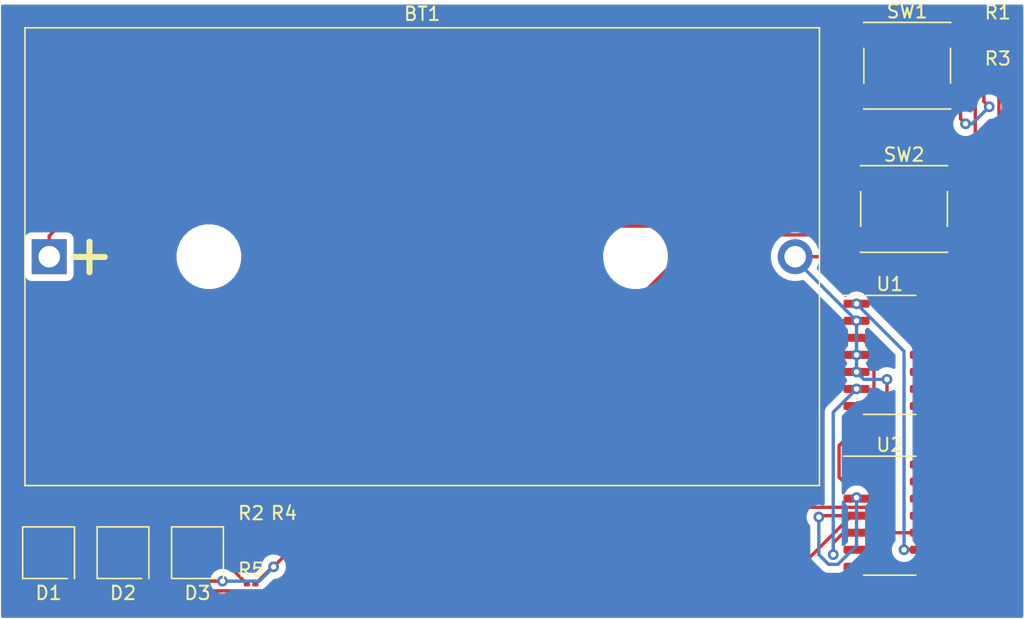
<source format=kicad_pcb>
(kicad_pcb (version 20171130) (host pcbnew 5.1.9+dfsg1-1+deb11u1)

  (general
    (thickness 1.6)
    (drawings 4)
    (tracks 128)
    (zones 0)
    (modules 13)
    (nets 12)
  )

  (page A4)
  (layers
    (0 F.Cu signal)
    (31 B.Cu signal)
    (32 B.Adhes user)
    (33 F.Adhes user)
    (34 B.Paste user)
    (35 F.Paste user)
    (36 B.SilkS user)
    (37 F.SilkS user)
    (38 B.Mask user)
    (39 F.Mask user)
    (40 Dwgs.User user)
    (41 Cmts.User user)
    (42 Eco1.User user)
    (43 Eco2.User user)
    (44 Edge.Cuts user)
    (45 Margin user)
    (46 B.CrtYd user)
    (47 F.CrtYd user)
    (48 B.Fab user)
    (49 F.Fab user)
  )

  (setup
    (last_trace_width 0.25)
    (trace_clearance 0.2)
    (zone_clearance 0.508)
    (zone_45_only no)
    (trace_min 0.2)
    (via_size 0.8)
    (via_drill 0.4)
    (via_min_size 0.4)
    (via_min_drill 0.3)
    (uvia_size 0.3)
    (uvia_drill 0.1)
    (uvias_allowed no)
    (uvia_min_size 0.2)
    (uvia_min_drill 0.1)
    (edge_width 0.05)
    (segment_width 0.2)
    (pcb_text_width 0.3)
    (pcb_text_size 1.5 1.5)
    (mod_edge_width 0.12)
    (mod_text_size 1 1)
    (mod_text_width 0.15)
    (pad_size 1.524 1.524)
    (pad_drill 0.762)
    (pad_to_mask_clearance 0)
    (aux_axis_origin 0 0)
    (visible_elements FFFFFF7F)
    (pcbplotparams
      (layerselection 0x010fc_ffffffff)
      (usegerberextensions false)
      (usegerberattributes true)
      (usegerberadvancedattributes true)
      (creategerberjobfile true)
      (excludeedgelayer true)
      (linewidth 0.100000)
      (plotframeref false)
      (viasonmask false)
      (mode 1)
      (useauxorigin false)
      (hpglpennumber 1)
      (hpglpenspeed 20)
      (hpglpendiameter 15.000000)
      (psnegative false)
      (psa4output false)
      (plotreference true)
      (plotvalue true)
      (plotinvisibletext false)
      (padsonsilk false)
      (subtractmaskfromsilk false)
      (outputformat 1)
      (mirror false)
      (drillshape 1)
      (scaleselection 1)
      (outputdirectory ""))
  )

  (net 0 "")
  (net 1 "Net-(BT1-Pad2)")
  (net 2 "Net-(BT1-Pad1)")
  (net 3 "Net-(D1-Pad1)")
  (net 4 "Net-(D1-Pad2)")
  (net 5 "Net-(D2-Pad2)")
  (net 6 "Net-(D2-Pad1)")
  (net 7 "Net-(D3-Pad1)")
  (net 8 "Net-(R2-Pad1)")
  (net 9 "Net-(U1-Pad1)")
  (net 10 "Net-(U1-Pad3)")
  (net 11 "Net-(U1-Pad6)")

  (net_class Default "This is the default net class."
    (clearance 0.2)
    (trace_width 0.25)
    (via_dia 0.8)
    (via_drill 0.4)
    (uvia_dia 0.3)
    (uvia_drill 0.1)
    (add_net "Net-(BT1-Pad1)")
    (add_net "Net-(BT1-Pad2)")
    (add_net "Net-(D1-Pad1)")
    (add_net "Net-(D1-Pad2)")
    (add_net "Net-(D2-Pad1)")
    (add_net "Net-(D2-Pad2)")
    (add_net "Net-(D3-Pad1)")
    (add_net "Net-(R2-Pad1)")
    (add_net "Net-(U1-Pad1)")
    (add_net "Net-(U1-Pad3)")
    (add_net "Net-(U1-Pad6)")
  )

  (module Battery:BatteryHolder_Bulgin_BX0036_1xC (layer F.Cu) (tedit 5C0C1564) (tstamp 65413DD5)
    (at 114.085001 93.725001)
    (descr "Bulgin Battery Holder, BX0036, Battery Type C (https://www.bulgin.com/products/pub/media/bulgin/data/Battery_holders.pdf)")
    (tags "Bulgin BX0036")
    (path /653FDBED)
    (fp_text reference BT1 (at 27.8 -18.1) (layer F.SilkS)
      (effects (font (size 1 1) (thickness 0.15)))
    )
    (fp_text value Battery (at 27.8 1) (layer F.Fab)
      (effects (font (size 1 1) (thickness 0.15)))
    )
    (fp_line (start -1.81 17.06) (end 57.41 17.06) (layer F.SilkS) (width 0.12))
    (fp_line (start -1.81 -17.06) (end 57.41 -17.06) (layer F.SilkS) (width 0.12))
    (fp_line (start 57.41 -17.06) (end 57.41 17.06) (layer F.SilkS) (width 0.12))
    (fp_line (start -1.81 -17.06) (end -1.81 17.06) (layer F.SilkS) (width 0.12))
    (fp_line (start -2.3 17.5) (end -2.3 -17.5) (layer F.CrtYd) (width 0.05))
    (fp_line (start 57.9 17.5) (end -2.3 17.5) (layer F.CrtYd) (width 0.05))
    (fp_line (start 57.9 -17.5) (end 57.9 17.5) (layer F.CrtYd) (width 0.05))
    (fp_line (start -2.3 -17.5) (end 57.9 -17.5) (layer F.CrtYd) (width 0.05))
    (fp_line (start -1.75 -17) (end 57.35 -17) (layer F.Fab) (width 0.1))
    (fp_line (start 57.35 -17) (end 57.35 17) (layer F.Fab) (width 0.1))
    (fp_line (start 57.35 17) (end -1.75 17) (layer F.Fab) (width 0.1))
    (fp_line (start -1.75 17) (end -1.75 -17) (layer F.Fab) (width 0.1))
    (fp_text user + (at 3 -0.2) (layer F.SilkS)
      (effects (font (size 3 3) (thickness 0.45)))
    )
    (fp_text user %R (at 27.8 -1) (layer F.Fab)
      (effects (font (size 1 1) (thickness 0.1)))
    )
    (pad 2 thru_hole circle (at 55.6 0) (size 2.6 2.6) (drill 1.6) (layers *.Cu *.Mask)
      (net 1 "Net-(BT1-Pad2)"))
    (pad 1 thru_hole rect (at 0 0) (size 2.6 2.6) (drill 1.6) (layers *.Cu *.Mask)
      (net 2 "Net-(BT1-Pad1)"))
    (pad "" np_thru_hole circle (at 11.9 0) (size 3.8 3.8) (drill 3.8) (layers *.Cu *.Mask))
    (pad "" np_thru_hole circle (at 43.7 0) (size 3.8 3.8) (drill 3.8) (layers *.Cu *.Mask))
    (model ${KISYS3DMOD}/Battery.3dshapes/BatteryHolder_Bulgin_BX0036_1xC.wrl
      (at (xyz 0 0 0))
      (scale (xyz 1 1 1))
      (rotate (xyz 0 0 0))
    )
  )

  (module LED_SMD:LED-L1T2_LUMILEDS (layer F.Cu) (tedit 587A6FAC) (tstamp 65413DE9)
    (at 114.035001 116.215001)
    (descr http://www.lumileds.com/uploads/438/DS133-pdf)
    (tags "LUMILEDS LUXEON TX L1T2 LED")
    (path /653FEB5C)
    (attr smd)
    (fp_text reference D1 (at 0 2.58) (layer F.SilkS)
      (effects (font (size 1 1) (thickness 0.15)))
    )
    (fp_text value LED (at 0 -3.42) (layer F.Fab)
      (effects (font (size 1 1) (thickness 0.15)))
    )
    (fp_circle (center 0 -0.42) (end 0 -2.07) (layer F.Fab) (width 0.1))
    (fp_line (start 1.4 1.5) (end -1.93 1.5) (layer F.SilkS) (width 0.12))
    (fp_line (start 1.93 -2.35) (end 1.93 1.5) (layer F.SilkS) (width 0.12))
    (fp_line (start -1.93 -2.35) (end 1.93 -2.35) (layer F.SilkS) (width 0.12))
    (fp_line (start -1.93 1.5) (end -1.93 -2.35) (layer F.SilkS) (width 0.12))
    (fp_line (start 2.25 1.83) (end -2.25 1.83) (layer F.CrtYd) (width 0.05))
    (fp_line (start 2.25 -2.67) (end 2.25 1.83) (layer F.CrtYd) (width 0.05))
    (fp_line (start -2.25 -2.67) (end 2.25 -2.67) (layer F.CrtYd) (width 0.05))
    (fp_line (start -2.25 1.83) (end -2.25 -2.67) (layer F.CrtYd) (width 0.05))
    (fp_line (start 1.8 1.4) (end 1.8 -2.2) (layer F.Fab) (width 0.1))
    (fp_line (start -1.8 1.4) (end 1.8 1.4) (layer F.Fab) (width 0.1))
    (fp_line (start -1.8 -2.2) (end -1.8 1.4) (layer F.Fab) (width 0.1))
    (fp_line (start -1.8 -2.2) (end 1.8 -2.2) (layer F.Fab) (width 0.1))
    (pad 1 smd rect (at 0.45 0.52) (size 0.55 0.38) (layers F.Cu F.Paste F.Mask)
      (net 3 "Net-(D1-Pad1)"))
    (pad 2 smd rect (at -0.45 0.52) (size 0.55 0.38) (layers F.Cu F.Paste F.Mask)
      (net 4 "Net-(D1-Pad2)"))
    (pad 3 smd rect (at 0 -0.52) (size 1.4 1.2) (layers F.Cu F.Paste F.Mask))
    (model ${KISYS3DMOD}/LED_SMD.3dshapes/LED-L1T2_LUMILEDS.wrl
      (at (xyz 0 0 0))
      (scale (xyz 1 1 1))
      (rotate (xyz 0 0 0))
    )
  )

  (module LED_SMD:LED-L1T2_LUMILEDS (layer F.Cu) (tedit 587A6FAC) (tstamp 65413DFD)
    (at 119.585001 116.215001)
    (descr http://www.lumileds.com/uploads/438/DS133-pdf)
    (tags "LUMILEDS LUXEON TX L1T2 LED")
    (path /65402642)
    (attr smd)
    (fp_text reference D2 (at 0 2.58) (layer F.SilkS)
      (effects (font (size 1 1) (thickness 0.15)))
    )
    (fp_text value LED (at 0 -3.42) (layer F.Fab)
      (effects (font (size 1 1) (thickness 0.15)))
    )
    (fp_line (start -1.8 -2.2) (end 1.8 -2.2) (layer F.Fab) (width 0.1))
    (fp_line (start -1.8 -2.2) (end -1.8 1.4) (layer F.Fab) (width 0.1))
    (fp_line (start -1.8 1.4) (end 1.8 1.4) (layer F.Fab) (width 0.1))
    (fp_line (start 1.8 1.4) (end 1.8 -2.2) (layer F.Fab) (width 0.1))
    (fp_line (start -2.25 1.83) (end -2.25 -2.67) (layer F.CrtYd) (width 0.05))
    (fp_line (start -2.25 -2.67) (end 2.25 -2.67) (layer F.CrtYd) (width 0.05))
    (fp_line (start 2.25 -2.67) (end 2.25 1.83) (layer F.CrtYd) (width 0.05))
    (fp_line (start 2.25 1.83) (end -2.25 1.83) (layer F.CrtYd) (width 0.05))
    (fp_line (start -1.93 1.5) (end -1.93 -2.35) (layer F.SilkS) (width 0.12))
    (fp_line (start -1.93 -2.35) (end 1.93 -2.35) (layer F.SilkS) (width 0.12))
    (fp_line (start 1.93 -2.35) (end 1.93 1.5) (layer F.SilkS) (width 0.12))
    (fp_line (start 1.4 1.5) (end -1.93 1.5) (layer F.SilkS) (width 0.12))
    (fp_circle (center 0 -0.42) (end 0 -2.07) (layer F.Fab) (width 0.1))
    (pad 3 smd rect (at 0 -0.52) (size 1.4 1.2) (layers F.Cu F.Paste F.Mask))
    (pad 2 smd rect (at -0.45 0.52) (size 0.55 0.38) (layers F.Cu F.Paste F.Mask)
      (net 5 "Net-(D2-Pad2)"))
    (pad 1 smd rect (at 0.45 0.52) (size 0.55 0.38) (layers F.Cu F.Paste F.Mask)
      (net 6 "Net-(D2-Pad1)"))
    (model ${KISYS3DMOD}/LED_SMD.3dshapes/LED-L1T2_LUMILEDS.wrl
      (at (xyz 0 0 0))
      (scale (xyz 1 1 1))
      (rotate (xyz 0 0 0))
    )
  )

  (module LED_SMD:LED-L1T2_LUMILEDS (layer F.Cu) (tedit 587A6FAC) (tstamp 65413E11)
    (at 125.135001 116.215001)
    (descr http://www.lumileds.com/uploads/438/DS133-pdf)
    (tags "LUMILEDS LUXEON TX L1T2 LED")
    (path /65402853)
    (attr smd)
    (fp_text reference D3 (at 0 2.58) (layer F.SilkS)
      (effects (font (size 1 1) (thickness 0.15)))
    )
    (fp_text value LED (at 0 -3.42) (layer F.Fab)
      (effects (font (size 1 1) (thickness 0.15)))
    )
    (fp_circle (center 0 -0.42) (end 0 -2.07) (layer F.Fab) (width 0.1))
    (fp_line (start 1.4 1.5) (end -1.93 1.5) (layer F.SilkS) (width 0.12))
    (fp_line (start 1.93 -2.35) (end 1.93 1.5) (layer F.SilkS) (width 0.12))
    (fp_line (start -1.93 -2.35) (end 1.93 -2.35) (layer F.SilkS) (width 0.12))
    (fp_line (start -1.93 1.5) (end -1.93 -2.35) (layer F.SilkS) (width 0.12))
    (fp_line (start 2.25 1.83) (end -2.25 1.83) (layer F.CrtYd) (width 0.05))
    (fp_line (start 2.25 -2.67) (end 2.25 1.83) (layer F.CrtYd) (width 0.05))
    (fp_line (start -2.25 -2.67) (end 2.25 -2.67) (layer F.CrtYd) (width 0.05))
    (fp_line (start -2.25 1.83) (end -2.25 -2.67) (layer F.CrtYd) (width 0.05))
    (fp_line (start 1.8 1.4) (end 1.8 -2.2) (layer F.Fab) (width 0.1))
    (fp_line (start -1.8 1.4) (end 1.8 1.4) (layer F.Fab) (width 0.1))
    (fp_line (start -1.8 -2.2) (end -1.8 1.4) (layer F.Fab) (width 0.1))
    (fp_line (start -1.8 -2.2) (end 1.8 -2.2) (layer F.Fab) (width 0.1))
    (pad 1 smd rect (at 0.45 0.52) (size 0.55 0.38) (layers F.Cu F.Paste F.Mask)
      (net 7 "Net-(D3-Pad1)"))
    (pad 2 smd rect (at -0.45 0.52) (size 0.55 0.38) (layers F.Cu F.Paste F.Mask)
      (net 1 "Net-(BT1-Pad2)"))
    (pad 3 smd rect (at 0 -0.52) (size 1.4 1.2) (layers F.Cu F.Paste F.Mask))
    (model ${KISYS3DMOD}/LED_SMD.3dshapes/LED-L1T2_LUMILEDS.wrl
      (at (xyz 0 0 0))
      (scale (xyz 1 1 1))
      (rotate (xyz 0 0 0))
    )
  )

  (module Resistor_SMD:R_0201_0603Metric (layer F.Cu) (tedit 5F68FEEE) (tstamp 65413E22)
    (at 184.785001 76.575001)
    (descr "Resistor SMD 0201 (0603 Metric), square (rectangular) end terminal, IPC_7351 nominal, (Body size source: https://www.vishay.com/docs/20052/crcw0201e3.pdf), generated with kicad-footprint-generator")
    (tags resistor)
    (path /6544F94B)
    (attr smd)
    (fp_text reference R1 (at 0 -1.05) (layer F.SilkS)
      (effects (font (size 1 1) (thickness 0.15)))
    )
    (fp_text value R (at 0 1.05) (layer F.Fab)
      (effects (font (size 1 1) (thickness 0.15)))
    )
    (fp_text user %R (at 0 -0.68) (layer F.Fab)
      (effects (font (size 0.25 0.25) (thickness 0.04)))
    )
    (fp_line (start -0.3 0.15) (end -0.3 -0.15) (layer F.Fab) (width 0.1))
    (fp_line (start -0.3 -0.15) (end 0.3 -0.15) (layer F.Fab) (width 0.1))
    (fp_line (start 0.3 -0.15) (end 0.3 0.15) (layer F.Fab) (width 0.1))
    (fp_line (start 0.3 0.15) (end -0.3 0.15) (layer F.Fab) (width 0.1))
    (fp_line (start -0.7 0.35) (end -0.7 -0.35) (layer F.CrtYd) (width 0.05))
    (fp_line (start -0.7 -0.35) (end 0.7 -0.35) (layer F.CrtYd) (width 0.05))
    (fp_line (start 0.7 -0.35) (end 0.7 0.35) (layer F.CrtYd) (width 0.05))
    (fp_line (start 0.7 0.35) (end -0.7 0.35) (layer F.CrtYd) (width 0.05))
    (pad 2 smd roundrect (at 0.32 0) (size 0.46 0.4) (layers F.Cu F.Mask) (roundrect_rratio 0.25)
      (net 1 "Net-(BT1-Pad2)"))
    (pad 1 smd roundrect (at -0.32 0) (size 0.46 0.4) (layers F.Cu F.Mask) (roundrect_rratio 0.25)
      (net 4 "Net-(D1-Pad2)"))
    (pad "" smd roundrect (at 0.345 0) (size 0.318 0.36) (layers F.Paste) (roundrect_rratio 0.25))
    (pad "" smd roundrect (at -0.345 0) (size 0.318 0.36) (layers F.Paste) (roundrect_rratio 0.25))
    (model ${KISYS3DMOD}/Resistor_SMD.3dshapes/R_0201_0603Metric.wrl
      (at (xyz 0 0 0))
      (scale (xyz 1 1 1))
      (rotate (xyz 0 0 0))
    )
  )

  (module Resistor_SMD:R_0201_0603Metric (layer F.Cu) (tedit 5F68FEEE) (tstamp 65413E33)
    (at 129.135001 113.895001)
    (descr "Resistor SMD 0201 (0603 Metric), square (rectangular) end terminal, IPC_7351 nominal, (Body size source: https://www.vishay.com/docs/20052/crcw0201e3.pdf), generated with kicad-footprint-generator")
    (tags resistor)
    (path /654012A5)
    (attr smd)
    (fp_text reference R2 (at 0 -1.05) (layer F.SilkS)
      (effects (font (size 1 1) (thickness 0.15)))
    )
    (fp_text value R (at 0 1.05) (layer F.Fab)
      (effects (font (size 1 1) (thickness 0.15)))
    )
    (fp_line (start 0.7 0.35) (end -0.7 0.35) (layer F.CrtYd) (width 0.05))
    (fp_line (start 0.7 -0.35) (end 0.7 0.35) (layer F.CrtYd) (width 0.05))
    (fp_line (start -0.7 -0.35) (end 0.7 -0.35) (layer F.CrtYd) (width 0.05))
    (fp_line (start -0.7 0.35) (end -0.7 -0.35) (layer F.CrtYd) (width 0.05))
    (fp_line (start 0.3 0.15) (end -0.3 0.15) (layer F.Fab) (width 0.1))
    (fp_line (start 0.3 -0.15) (end 0.3 0.15) (layer F.Fab) (width 0.1))
    (fp_line (start -0.3 -0.15) (end 0.3 -0.15) (layer F.Fab) (width 0.1))
    (fp_line (start -0.3 0.15) (end -0.3 -0.15) (layer F.Fab) (width 0.1))
    (fp_text user %R (at 0 -0.68) (layer F.Fab)
      (effects (font (size 0.25 0.25) (thickness 0.04)))
    )
    (pad "" smd roundrect (at -0.345 0) (size 0.318 0.36) (layers F.Paste) (roundrect_rratio 0.25))
    (pad "" smd roundrect (at 0.345 0) (size 0.318 0.36) (layers F.Paste) (roundrect_rratio 0.25))
    (pad 1 smd roundrect (at -0.32 0) (size 0.46 0.4) (layers F.Cu F.Mask) (roundrect_rratio 0.25)
      (net 8 "Net-(R2-Pad1)"))
    (pad 2 smd roundrect (at 0.32 0) (size 0.46 0.4) (layers F.Cu F.Mask) (roundrect_rratio 0.25)
      (net 1 "Net-(BT1-Pad2)"))
    (model ${KISYS3DMOD}/Resistor_SMD.3dshapes/R_0201_0603Metric.wrl
      (at (xyz 0 0 0))
      (scale (xyz 1 1 1))
      (rotate (xyz 0 0 0))
    )
  )

  (module Resistor_SMD:R_0201_0603Metric (layer F.Cu) (tedit 5F68FEEE) (tstamp 65413E44)
    (at 184.785001 80.01)
    (descr "Resistor SMD 0201 (0603 Metric), square (rectangular) end terminal, IPC_7351 nominal, (Body size source: https://www.vishay.com/docs/20052/crcw0201e3.pdf), generated with kicad-footprint-generator")
    (tags resistor)
    (path /6551FA48)
    (attr smd)
    (fp_text reference R3 (at 0 -1.05) (layer F.SilkS)
      (effects (font (size 1 1) (thickness 0.15)))
    )
    (fp_text value R (at 0 1.05) (layer F.Fab)
      (effects (font (size 1 1) (thickness 0.15)))
    )
    (fp_text user %R (at 0 -0.68) (layer F.Fab)
      (effects (font (size 0.25 0.25) (thickness 0.04)))
    )
    (fp_line (start -0.3 0.15) (end -0.3 -0.15) (layer F.Fab) (width 0.1))
    (fp_line (start -0.3 -0.15) (end 0.3 -0.15) (layer F.Fab) (width 0.1))
    (fp_line (start 0.3 -0.15) (end 0.3 0.15) (layer F.Fab) (width 0.1))
    (fp_line (start 0.3 0.15) (end -0.3 0.15) (layer F.Fab) (width 0.1))
    (fp_line (start -0.7 0.35) (end -0.7 -0.35) (layer F.CrtYd) (width 0.05))
    (fp_line (start -0.7 -0.35) (end 0.7 -0.35) (layer F.CrtYd) (width 0.05))
    (fp_line (start 0.7 -0.35) (end 0.7 0.35) (layer F.CrtYd) (width 0.05))
    (fp_line (start 0.7 0.35) (end -0.7 0.35) (layer F.CrtYd) (width 0.05))
    (pad 2 smd roundrect (at 0.32 0) (size 0.46 0.4) (layers F.Cu F.Mask) (roundrect_rratio 0.25)
      (net 1 "Net-(BT1-Pad2)"))
    (pad 1 smd roundrect (at -0.32 0) (size 0.46 0.4) (layers F.Cu F.Mask) (roundrect_rratio 0.25)
      (net 3 "Net-(D1-Pad1)"))
    (pad "" smd roundrect (at 0.345 0) (size 0.318 0.36) (layers F.Paste) (roundrect_rratio 0.25))
    (pad "" smd roundrect (at -0.345 0) (size 0.318 0.36) (layers F.Paste) (roundrect_rratio 0.25))
    (model ${KISYS3DMOD}/Resistor_SMD.3dshapes/R_0201_0603Metric.wrl
      (at (xyz 0 0 0))
      (scale (xyz 1 1 1))
      (rotate (xyz 0 0 0))
    )
  )

  (module Resistor_SMD:R_0201_0603Metric (layer F.Cu) (tedit 5F68FEEE) (tstamp 65413E55)
    (at 131.585001 113.895001)
    (descr "Resistor SMD 0201 (0603 Metric), square (rectangular) end terminal, IPC_7351 nominal, (Body size source: https://www.vishay.com/docs/20052/crcw0201e3.pdf), generated with kicad-footprint-generator")
    (tags resistor)
    (path /655487E7)
    (attr smd)
    (fp_text reference R4 (at 0 -1.05) (layer F.SilkS)
      (effects (font (size 1 1) (thickness 0.15)))
    )
    (fp_text value R (at 0 1.05) (layer F.Fab)
      (effects (font (size 1 1) (thickness 0.15)))
    )
    (fp_line (start 0.7 0.35) (end -0.7 0.35) (layer F.CrtYd) (width 0.05))
    (fp_line (start 0.7 -0.35) (end 0.7 0.35) (layer F.CrtYd) (width 0.05))
    (fp_line (start -0.7 -0.35) (end 0.7 -0.35) (layer F.CrtYd) (width 0.05))
    (fp_line (start -0.7 0.35) (end -0.7 -0.35) (layer F.CrtYd) (width 0.05))
    (fp_line (start 0.3 0.15) (end -0.3 0.15) (layer F.Fab) (width 0.1))
    (fp_line (start 0.3 -0.15) (end 0.3 0.15) (layer F.Fab) (width 0.1))
    (fp_line (start -0.3 -0.15) (end 0.3 -0.15) (layer F.Fab) (width 0.1))
    (fp_line (start -0.3 0.15) (end -0.3 -0.15) (layer F.Fab) (width 0.1))
    (fp_text user %R (at 0 -0.68) (layer F.Fab)
      (effects (font (size 0.25 0.25) (thickness 0.04)))
    )
    (pad "" smd roundrect (at -0.345 0) (size 0.318 0.36) (layers F.Paste) (roundrect_rratio 0.25))
    (pad "" smd roundrect (at 0.345 0) (size 0.318 0.36) (layers F.Paste) (roundrect_rratio 0.25))
    (pad 1 smd roundrect (at -0.32 0) (size 0.46 0.4) (layers F.Cu F.Mask) (roundrect_rratio 0.25)
      (net 6 "Net-(D2-Pad1)"))
    (pad 2 smd roundrect (at 0.32 0) (size 0.46 0.4) (layers F.Cu F.Mask) (roundrect_rratio 0.25)
      (net 1 "Net-(BT1-Pad2)"))
    (model ${KISYS3DMOD}/Resistor_SMD.3dshapes/R_0201_0603Metric.wrl
      (at (xyz 0 0 0))
      (scale (xyz 1 1 1))
      (rotate (xyz 0 0 0))
    )
  )

  (module Resistor_SMD:R_0201_0603Metric (layer F.Cu) (tedit 5F68FEEE) (tstamp 65413E66)
    (at 129.135001 118.11)
    (descr "Resistor SMD 0201 (0603 Metric), square (rectangular) end terminal, IPC_7351 nominal, (Body size source: https://www.vishay.com/docs/20052/crcw0201e3.pdf), generated with kicad-footprint-generator")
    (tags resistor)
    (path /6550F55C)
    (attr smd)
    (fp_text reference R5 (at 0 -1.05) (layer F.SilkS)
      (effects (font (size 1 1) (thickness 0.15)))
    )
    (fp_text value R (at 0 1.05) (layer F.Fab)
      (effects (font (size 1 1) (thickness 0.15)))
    )
    (fp_line (start 0.7 0.35) (end -0.7 0.35) (layer F.CrtYd) (width 0.05))
    (fp_line (start 0.7 -0.35) (end 0.7 0.35) (layer F.CrtYd) (width 0.05))
    (fp_line (start -0.7 -0.35) (end 0.7 -0.35) (layer F.CrtYd) (width 0.05))
    (fp_line (start -0.7 0.35) (end -0.7 -0.35) (layer F.CrtYd) (width 0.05))
    (fp_line (start 0.3 0.15) (end -0.3 0.15) (layer F.Fab) (width 0.1))
    (fp_line (start 0.3 -0.15) (end 0.3 0.15) (layer F.Fab) (width 0.1))
    (fp_line (start -0.3 -0.15) (end 0.3 -0.15) (layer F.Fab) (width 0.1))
    (fp_line (start -0.3 0.15) (end -0.3 -0.15) (layer F.Fab) (width 0.1))
    (fp_text user %R (at 0 -0.68) (layer F.Fab)
      (effects (font (size 0.25 0.25) (thickness 0.04)))
    )
    (pad "" smd roundrect (at -0.345 0) (size 0.318 0.36) (layers F.Paste) (roundrect_rratio 0.25))
    (pad "" smd roundrect (at 0.345 0) (size 0.318 0.36) (layers F.Paste) (roundrect_rratio 0.25))
    (pad 1 smd roundrect (at -0.32 0) (size 0.46 0.4) (layers F.Cu F.Mask) (roundrect_rratio 0.25)
      (net 7 "Net-(D3-Pad1)"))
    (pad 2 smd roundrect (at 0.32 0) (size 0.46 0.4) (layers F.Cu F.Mask) (roundrect_rratio 0.25)
      (net 1 "Net-(BT1-Pad2)"))
    (model ${KISYS3DMOD}/Resistor_SMD.3dshapes/R_0201_0603Metric.wrl
      (at (xyz 0 0 0))
      (scale (xyz 1 1 1))
      (rotate (xyz 0 0 0))
    )
  )

  (module Button_Switch_SMD:SW_Push_1P1T_NO_6x6mm_H9.5mm (layer F.Cu) (tedit 5CA1CA7F) (tstamp 65413E80)
    (at 178.035001 79.490001)
    (descr "tactile push button, 6x6mm e.g. PTS645xx series, height=9.5mm")
    (tags "tact sw push 6mm smd")
    (path /65414175)
    (attr smd)
    (fp_text reference SW1 (at 0 -4.05) (layer F.SilkS)
      (effects (font (size 1 1) (thickness 0.15)))
    )
    (fp_text value SW_Push (at 0 4.15) (layer F.Fab)
      (effects (font (size 1 1) (thickness 0.15)))
    )
    (fp_text user %R (at 0 -4.05) (layer F.Fab)
      (effects (font (size 1 1) (thickness 0.15)))
    )
    (fp_line (start -3 -3) (end -3 3) (layer F.Fab) (width 0.1))
    (fp_line (start -3 3) (end 3 3) (layer F.Fab) (width 0.1))
    (fp_line (start 3 3) (end 3 -3) (layer F.Fab) (width 0.1))
    (fp_line (start 3 -3) (end -3 -3) (layer F.Fab) (width 0.1))
    (fp_line (start 5 3.25) (end 5 -3.25) (layer F.CrtYd) (width 0.05))
    (fp_line (start -5 -3.25) (end -5 3.25) (layer F.CrtYd) (width 0.05))
    (fp_line (start -5 3.25) (end 5 3.25) (layer F.CrtYd) (width 0.05))
    (fp_line (start -5 -3.25) (end 5 -3.25) (layer F.CrtYd) (width 0.05))
    (fp_line (start 3.23 -3.23) (end 3.23 -3.2) (layer F.SilkS) (width 0.12))
    (fp_line (start 3.23 3.23) (end 3.23 3.2) (layer F.SilkS) (width 0.12))
    (fp_line (start -3.23 3.23) (end -3.23 3.2) (layer F.SilkS) (width 0.12))
    (fp_line (start -3.23 -3.2) (end -3.23 -3.23) (layer F.SilkS) (width 0.12))
    (fp_line (start 3.23 -1.3) (end 3.23 1.3) (layer F.SilkS) (width 0.12))
    (fp_line (start -3.23 -3.23) (end 3.23 -3.23) (layer F.SilkS) (width 0.12))
    (fp_line (start -3.23 -1.3) (end -3.23 1.3) (layer F.SilkS) (width 0.12))
    (fp_line (start -3.23 3.23) (end 3.23 3.23) (layer F.SilkS) (width 0.12))
    (fp_circle (center 0 0) (end 1.75 -0.05) (layer F.Fab) (width 0.1))
    (pad 2 smd rect (at 3.975 2.25) (size 1.55 1.3) (layers F.Cu F.Paste F.Mask)
      (net 4 "Net-(D1-Pad2)"))
    (pad 1 smd rect (at 3.975 -2.25) (size 1.55 1.3) (layers F.Cu F.Paste F.Mask)
      (net 2 "Net-(BT1-Pad1)"))
    (pad 1 smd rect (at -3.975 -2.25) (size 1.55 1.3) (layers F.Cu F.Paste F.Mask)
      (net 2 "Net-(BT1-Pad1)"))
    (pad 2 smd rect (at -3.975 2.25) (size 1.55 1.3) (layers F.Cu F.Paste F.Mask)
      (net 4 "Net-(D1-Pad2)"))
    (model ${KISYS3DMOD}/Button_Switch_SMD.3dshapes/SW_PUSH_6mm_H9.5mm.wrl
      (at (xyz 0 0 0))
      (scale (xyz 1 1 1))
      (rotate (xyz 0 0 0))
    )
  )

  (module Button_Switch_SMD:SW_Push_1P1T_NO_6x6mm_H9.5mm (layer F.Cu) (tedit 5CA1CA7F) (tstamp 65413E9A)
    (at 177.8 90.17)
    (descr "tactile push button, 6x6mm e.g. PTS645xx series, height=9.5mm")
    (tags "tact sw push 6mm smd")
    (path /65411A99)
    (attr smd)
    (fp_text reference SW2 (at 0 -4.05) (layer F.SilkS)
      (effects (font (size 1 1) (thickness 0.15)))
    )
    (fp_text value SW_Push (at 0 4.15) (layer F.Fab)
      (effects (font (size 1 1) (thickness 0.15)))
    )
    (fp_circle (center 0 0) (end 1.75 -0.05) (layer F.Fab) (width 0.1))
    (fp_line (start -3.23 3.23) (end 3.23 3.23) (layer F.SilkS) (width 0.12))
    (fp_line (start -3.23 -1.3) (end -3.23 1.3) (layer F.SilkS) (width 0.12))
    (fp_line (start -3.23 -3.23) (end 3.23 -3.23) (layer F.SilkS) (width 0.12))
    (fp_line (start 3.23 -1.3) (end 3.23 1.3) (layer F.SilkS) (width 0.12))
    (fp_line (start -3.23 -3.2) (end -3.23 -3.23) (layer F.SilkS) (width 0.12))
    (fp_line (start -3.23 3.23) (end -3.23 3.2) (layer F.SilkS) (width 0.12))
    (fp_line (start 3.23 3.23) (end 3.23 3.2) (layer F.SilkS) (width 0.12))
    (fp_line (start 3.23 -3.23) (end 3.23 -3.2) (layer F.SilkS) (width 0.12))
    (fp_line (start -5 -3.25) (end 5 -3.25) (layer F.CrtYd) (width 0.05))
    (fp_line (start -5 3.25) (end 5 3.25) (layer F.CrtYd) (width 0.05))
    (fp_line (start -5 -3.25) (end -5 3.25) (layer F.CrtYd) (width 0.05))
    (fp_line (start 5 3.25) (end 5 -3.25) (layer F.CrtYd) (width 0.05))
    (fp_line (start 3 -3) (end -3 -3) (layer F.Fab) (width 0.1))
    (fp_line (start 3 3) (end 3 -3) (layer F.Fab) (width 0.1))
    (fp_line (start -3 3) (end 3 3) (layer F.Fab) (width 0.1))
    (fp_line (start -3 -3) (end -3 3) (layer F.Fab) (width 0.1))
    (fp_text user %R (at 0 -4.05) (layer F.Fab)
      (effects (font (size 1 1) (thickness 0.15)))
    )
    (pad 2 smd rect (at -3.975 2.25) (size 1.55 1.3) (layers F.Cu F.Paste F.Mask)
      (net 8 "Net-(R2-Pad1)"))
    (pad 1 smd rect (at -3.975 -2.25) (size 1.55 1.3) (layers F.Cu F.Paste F.Mask)
      (net 2 "Net-(BT1-Pad1)"))
    (pad 1 smd rect (at 3.975 -2.25) (size 1.55 1.3) (layers F.Cu F.Paste F.Mask)
      (net 2 "Net-(BT1-Pad1)"))
    (pad 2 smd rect (at 3.975 2.25) (size 1.55 1.3) (layers F.Cu F.Paste F.Mask)
      (net 8 "Net-(R2-Pad1)"))
    (model ${KISYS3DMOD}/Button_Switch_SMD.3dshapes/SW_PUSH_6mm_H9.5mm.wrl
      (at (xyz 0 0 0))
      (scale (xyz 1 1 1))
      (rotate (xyz 0 0 0))
    )
  )

  (module Package_SO:SOIC-14_3.9x8.7mm_P1.27mm (layer F.Cu) (tedit 5D9F72B1) (tstamp 65413EBA)
    (at 176.735001 101.045001)
    (descr "SOIC, 14 Pin (JEDEC MS-012AB, https://www.analog.com/media/en/package-pcb-resources/package/pkg_pdf/soic_narrow-r/r_14.pdf), generated with kicad-footprint-generator ipc_gullwing_generator.py")
    (tags "SOIC SO")
    (path /654049B9)
    (attr smd)
    (fp_text reference U1 (at 0 -5.28) (layer F.SilkS)
      (effects (font (size 1 1) (thickness 0.15)))
    )
    (fp_text value 74LS08 (at 0 5.28) (layer F.Fab)
      (effects (font (size 1 1) (thickness 0.15)))
    )
    (fp_line (start 3.7 -4.58) (end -3.7 -4.58) (layer F.CrtYd) (width 0.05))
    (fp_line (start 3.7 4.58) (end 3.7 -4.58) (layer F.CrtYd) (width 0.05))
    (fp_line (start -3.7 4.58) (end 3.7 4.58) (layer F.CrtYd) (width 0.05))
    (fp_line (start -3.7 -4.58) (end -3.7 4.58) (layer F.CrtYd) (width 0.05))
    (fp_line (start -1.95 -3.35) (end -0.975 -4.325) (layer F.Fab) (width 0.1))
    (fp_line (start -1.95 4.325) (end -1.95 -3.35) (layer F.Fab) (width 0.1))
    (fp_line (start 1.95 4.325) (end -1.95 4.325) (layer F.Fab) (width 0.1))
    (fp_line (start 1.95 -4.325) (end 1.95 4.325) (layer F.Fab) (width 0.1))
    (fp_line (start -0.975 -4.325) (end 1.95 -4.325) (layer F.Fab) (width 0.1))
    (fp_line (start 0 -4.435) (end -3.45 -4.435) (layer F.SilkS) (width 0.12))
    (fp_line (start 0 -4.435) (end 1.95 -4.435) (layer F.SilkS) (width 0.12))
    (fp_line (start 0 4.435) (end -1.95 4.435) (layer F.SilkS) (width 0.12))
    (fp_line (start 0 4.435) (end 1.95 4.435) (layer F.SilkS) (width 0.12))
    (fp_text user %R (at 0 0) (layer F.Fab)
      (effects (font (size 0.98 0.98) (thickness 0.15)))
    )
    (pad 1 smd roundrect (at -2.475 -3.81) (size 1.95 0.6) (layers F.Cu F.Paste F.Mask) (roundrect_rratio 0.25)
      (net 9 "Net-(U1-Pad1)"))
    (pad 2 smd roundrect (at -2.475 -2.54) (size 1.95 0.6) (layers F.Cu F.Paste F.Mask) (roundrect_rratio 0.25)
      (net 1 "Net-(BT1-Pad2)"))
    (pad 3 smd roundrect (at -2.475 -1.27) (size 1.95 0.6) (layers F.Cu F.Paste F.Mask) (roundrect_rratio 0.25)
      (net 10 "Net-(U1-Pad3)"))
    (pad 4 smd roundrect (at -2.475 0) (size 1.95 0.6) (layers F.Cu F.Paste F.Mask) (roundrect_rratio 0.25)
      (net 1 "Net-(BT1-Pad2)"))
    (pad 5 smd roundrect (at -2.475 1.27) (size 1.95 0.6) (layers F.Cu F.Paste F.Mask) (roundrect_rratio 0.25)
      (net 1 "Net-(BT1-Pad2)"))
    (pad 6 smd roundrect (at -2.475 2.54) (size 1.95 0.6) (layers F.Cu F.Paste F.Mask) (roundrect_rratio 0.25)
      (net 11 "Net-(U1-Pad6)"))
    (pad 7 smd roundrect (at -2.475 3.81) (size 1.95 0.6) (layers F.Cu F.Paste F.Mask) (roundrect_rratio 0.25))
    (pad 8 smd roundrect (at 2.475 3.81) (size 1.95 0.6) (layers F.Cu F.Paste F.Mask) (roundrect_rratio 0.25))
    (pad 9 smd roundrect (at 2.475 2.54) (size 1.95 0.6) (layers F.Cu F.Paste F.Mask) (roundrect_rratio 0.25))
    (pad 10 smd roundrect (at 2.475 1.27) (size 1.95 0.6) (layers F.Cu F.Paste F.Mask) (roundrect_rratio 0.25))
    (pad 11 smd roundrect (at 2.475 0) (size 1.95 0.6) (layers F.Cu F.Paste F.Mask) (roundrect_rratio 0.25))
    (pad 12 smd roundrect (at 2.475 -1.27) (size 1.95 0.6) (layers F.Cu F.Paste F.Mask) (roundrect_rratio 0.25))
    (pad 13 smd roundrect (at 2.475 -2.54) (size 1.95 0.6) (layers F.Cu F.Paste F.Mask) (roundrect_rratio 0.25))
    (pad 14 smd roundrect (at 2.475 -3.81) (size 1.95 0.6) (layers F.Cu F.Paste F.Mask) (roundrect_rratio 0.25))
    (model ${KISYS3DMOD}/Package_SO.3dshapes/SOIC-14_3.9x8.7mm_P1.27mm.wrl
      (at (xyz 0 0 0))
      (scale (xyz 1 1 1))
      (rotate (xyz 0 0 0))
    )
  )

  (module Package_SO:SOIC-14_3.9x8.7mm_P1.27mm (layer F.Cu) (tedit 5D9F72B1) (tstamp 65413EDA)
    (at 176.735001 113.03)
    (descr "SOIC, 14 Pin (JEDEC MS-012AB, https://www.analog.com/media/en/package-pcb-resources/package/pkg_pdf/soic_narrow-r/r_14.pdf), generated with kicad-footprint-generator ipc_gullwing_generator.py")
    (tags "SOIC SO")
    (path /65406E43)
    (attr smd)
    (fp_text reference U2 (at 0 -5.28) (layer F.SilkS)
      (effects (font (size 1 1) (thickness 0.15)))
    )
    (fp_text value 74LS08 (at 0 5.28) (layer F.Fab)
      (effects (font (size 1 1) (thickness 0.15)))
    )
    (fp_text user %R (at 0 0) (layer F.Fab)
      (effects (font (size 0.98 0.98) (thickness 0.15)))
    )
    (fp_line (start 0 4.435) (end 1.95 4.435) (layer F.SilkS) (width 0.12))
    (fp_line (start 0 4.435) (end -1.95 4.435) (layer F.SilkS) (width 0.12))
    (fp_line (start 0 -4.435) (end 1.95 -4.435) (layer F.SilkS) (width 0.12))
    (fp_line (start 0 -4.435) (end -3.45 -4.435) (layer F.SilkS) (width 0.12))
    (fp_line (start -0.975 -4.325) (end 1.95 -4.325) (layer F.Fab) (width 0.1))
    (fp_line (start 1.95 -4.325) (end 1.95 4.325) (layer F.Fab) (width 0.1))
    (fp_line (start 1.95 4.325) (end -1.95 4.325) (layer F.Fab) (width 0.1))
    (fp_line (start -1.95 4.325) (end -1.95 -3.35) (layer F.Fab) (width 0.1))
    (fp_line (start -1.95 -3.35) (end -0.975 -4.325) (layer F.Fab) (width 0.1))
    (fp_line (start -3.7 -4.58) (end -3.7 4.58) (layer F.CrtYd) (width 0.05))
    (fp_line (start -3.7 4.58) (end 3.7 4.58) (layer F.CrtYd) (width 0.05))
    (fp_line (start 3.7 4.58) (end 3.7 -4.58) (layer F.CrtYd) (width 0.05))
    (fp_line (start 3.7 -4.58) (end -3.7 -4.58) (layer F.CrtYd) (width 0.05))
    (pad 14 smd roundrect (at 2.475 -3.81) (size 1.95 0.6) (layers F.Cu F.Paste F.Mask) (roundrect_rratio 0.25))
    (pad 13 smd roundrect (at 2.475 -2.54) (size 1.95 0.6) (layers F.Cu F.Paste F.Mask) (roundrect_rratio 0.25))
    (pad 12 smd roundrect (at 2.475 -1.27) (size 1.95 0.6) (layers F.Cu F.Paste F.Mask) (roundrect_rratio 0.25))
    (pad 11 smd roundrect (at 2.475 0) (size 1.95 0.6) (layers F.Cu F.Paste F.Mask) (roundrect_rratio 0.25))
    (pad 10 smd roundrect (at 2.475 1.27) (size 1.95 0.6) (layers F.Cu F.Paste F.Mask) (roundrect_rratio 0.25)
      (net 1 "Net-(BT1-Pad2)"))
    (pad 9 smd roundrect (at 2.475 2.54) (size 1.95 0.6) (layers F.Cu F.Paste F.Mask) (roundrect_rratio 0.25)
      (net 9 "Net-(U1-Pad1)"))
    (pad 8 smd roundrect (at 2.475 3.81) (size 1.95 0.6) (layers F.Cu F.Paste F.Mask) (roundrect_rratio 0.25)
      (net 1 "Net-(BT1-Pad2)"))
    (pad 7 smd roundrect (at -2.475 3.81) (size 1.95 0.6) (layers F.Cu F.Paste F.Mask) (roundrect_rratio 0.25))
    (pad 6 smd roundrect (at -2.475 2.54) (size 1.95 0.6) (layers F.Cu F.Paste F.Mask) (roundrect_rratio 0.25)
      (net 1 "Net-(BT1-Pad2)"))
    (pad 5 smd roundrect (at -2.475 1.27) (size 1.95 0.6) (layers F.Cu F.Paste F.Mask) (roundrect_rratio 0.25)
      (net 11 "Net-(U1-Pad6)"))
    (pad 4 smd roundrect (at -2.475 0) (size 1.95 0.6) (layers F.Cu F.Paste F.Mask) (roundrect_rratio 0.25)
      (net 5 "Net-(D2-Pad2)"))
    (pad 3 smd roundrect (at -2.475 -1.27) (size 1.95 0.6) (layers F.Cu F.Paste F.Mask) (roundrect_rratio 0.25)
      (net 5 "Net-(D2-Pad2)"))
    (pad 2 smd roundrect (at -2.475 -2.54) (size 1.95 0.6) (layers F.Cu F.Paste F.Mask) (roundrect_rratio 0.25)
      (net 10 "Net-(U1-Pad3)"))
    (pad 1 smd roundrect (at -2.475 -3.81) (size 1.95 0.6) (layers F.Cu F.Paste F.Mask) (roundrect_rratio 0.25)
      (net 1 "Net-(BT1-Pad2)"))
    (model ${KISYS3DMOD}/Package_SO.3dshapes/SOIC-14_3.9x8.7mm_P1.27mm.wrl
      (at (xyz 0 0 0))
      (scale (xyz 1 1 1))
      (rotate (xyz 0 0 0))
    )
  )

  (gr_line (start 110.49 120.65) (end 110.49 74.93) (layer Dwgs.User) (width 0.15) (tstamp 654140F7))
  (gr_line (start 186.69 120.65) (end 110.49 120.65) (layer Dwgs.User) (width 0.15))
  (gr_line (start 186.69 74.93) (end 186.69 120.65) (layer Dwgs.User) (width 0.15))
  (gr_line (start 110.49 74.93) (end 186.69 74.93) (layer Dwgs.User) (width 0.15))

  (segment (start 185.105001 76.575001) (end 185.105001 80.01) (width 0.25) (layer F.Cu) (net 1))
  (segment (start 182.480001 93.725001) (end 169.685001 93.725001) (width 0.25) (layer F.Cu) (net 1))
  (segment (start 185.325011 80.23001) (end 185.325011 90.879991) (width 0.25) (layer F.Cu) (net 1))
  (segment (start 185.325011 90.879991) (end 182.480001 93.725001) (width 0.25) (layer F.Cu) (net 1))
  (segment (start 185.105001 80.01) (end 185.325011 80.23001) (width 0.25) (layer F.Cu) (net 1))
  (via (at 127 117.91001) (size 0.8) (drill 0.4) (layers F.Cu B.Cu) (net 1))
  (segment (start 125.42001 117.91001) (end 127 117.91001) (width 0.25) (layer F.Cu) (net 1))
  (segment (start 124.685001 117.175001) (end 125.42001 117.91001) (width 0.25) (layer F.Cu) (net 1))
  (segment (start 124.685001 116.735001) (end 124.685001 117.175001) (width 0.25) (layer F.Cu) (net 1))
  (via (at 130.81 116.84) (size 0.8) (drill 0.4) (layers F.Cu B.Cu) (net 1))
  (segment (start 129.73999 117.91001) (end 130.81 116.84) (width 0.25) (layer B.Cu) (net 1))
  (segment (start 127 117.91001) (end 129.73999 117.91001) (width 0.25) (layer B.Cu) (net 1))
  (segment (start 130.725001 116.84) (end 129.455001 118.11) (width 0.25) (layer F.Cu) (net 1))
  (segment (start 130.81 116.84) (end 130.725001 116.84) (width 0.25) (layer F.Cu) (net 1))
  (segment (start 131.905001 115.744999) (end 131.905001 113.895001) (width 0.25) (layer F.Cu) (net 1))
  (segment (start 130.81 116.84) (end 131.905001 115.744999) (width 0.25) (layer F.Cu) (net 1))
  (segment (start 131.905001 113.703943) (end 131.905001 113.895001) (width 0.25) (layer F.Cu) (net 1))
  (segment (start 131.571049 113.369991) (end 131.905001 113.703943) (width 0.25) (layer F.Cu) (net 1))
  (segment (start 129.980011 113.369991) (end 131.571049 113.369991) (width 0.25) (layer F.Cu) (net 1))
  (segment (start 129.455001 113.895001) (end 129.980011 113.369991) (width 0.25) (layer F.Cu) (net 1))
  (segment (start 175.235001 115.57) (end 174.260001 115.57) (width 0.25) (layer F.Cu) (net 1))
  (segment (start 175.560011 115.24499) (end 175.235001 115.57) (width 0.25) (layer F.Cu) (net 1))
  (segment (start 175.560011 112.683242) (end 175.560011 115.24499) (width 0.25) (layer F.Cu) (net 1))
  (segment (start 175.281759 112.40499) (end 175.560011 112.683242) (width 0.25) (layer F.Cu) (net 1))
  (segment (start 135.24501 112.40499) (end 175.281759 112.40499) (width 0.25) (layer F.Cu) (net 1))
  (segment (start 131.905001 115.744999) (end 135.24501 112.40499) (width 0.25) (layer F.Cu) (net 1))
  (segment (start 176.505001 114.3) (end 179.210001 114.3) (width 0.25) (layer F.Cu) (net 1))
  (segment (start 175.560011 115.24499) (end 176.505001 114.3) (width 0.25) (layer F.Cu) (net 1))
  (segment (start 179.586769 114.3) (end 179.210001 114.3) (width 0.25) (layer F.Cu) (net 1))
  (segment (start 180.510011 115.223242) (end 179.586769 114.3) (width 0.25) (layer F.Cu) (net 1))
  (segment (start 180.510011 116.51499) (end 180.510011 115.223242) (width 0.25) (layer F.Cu) (net 1))
  (segment (start 180.185001 116.84) (end 180.510011 116.51499) (width 0.25) (layer F.Cu) (net 1))
  (segment (start 179.210001 116.84) (end 180.185001 116.84) (width 0.25) (layer F.Cu) (net 1))
  (segment (start 175.235001 109.22) (end 174.260001 109.22) (width 0.25) (layer F.Cu) (net 1))
  (segment (start 175.560011 109.54501) (end 175.235001 109.22) (width 0.25) (layer F.Cu) (net 1))
  (segment (start 175.560011 112.106758) (end 175.560011 109.54501) (width 0.25) (layer F.Cu) (net 1))
  (segment (start 175.281759 112.38501) (end 175.560011 112.106758) (width 0.25) (layer F.Cu) (net 1))
  (segment (start 175.281759 112.40499) (end 175.281759 112.38501) (width 0.25) (layer F.Cu) (net 1))
  (via (at 176.53 102.87) (size 0.8) (drill 0.4) (layers F.Cu B.Cu) (net 1))
  (segment (start 176.53 106.950001) (end 176.53 102.87) (width 0.25) (layer F.Cu) (net 1))
  (segment (start 174.260001 109.22) (end 176.53 106.950001) (width 0.25) (layer F.Cu) (net 1))
  (via (at 174.260001 102.315001) (size 0.8) (drill 0.4) (layers F.Cu B.Cu) (net 1))
  (segment (start 174.815 102.87) (end 174.260001 102.315001) (width 0.25) (layer B.Cu) (net 1))
  (segment (start 176.53 102.87) (end 174.815 102.87) (width 0.25) (layer B.Cu) (net 1))
  (via (at 174.260001 101.045001) (size 0.8) (drill 0.4) (layers F.Cu B.Cu) (net 1))
  (segment (start 174.260001 102.315001) (end 174.260001 101.045001) (width 0.25) (layer B.Cu) (net 1))
  (via (at 174.260001 98.505001) (size 0.8) (drill 0.4) (layers F.Cu B.Cu) (net 1))
  (segment (start 174.260001 101.045001) (end 174.260001 98.505001) (width 0.25) (layer B.Cu) (net 1))
  (via (at 169.685001 93.725001) (size 0.8) (drill 0.4) (layers F.Cu B.Cu) (net 1))
  (segment (start 169.685001 93.930001) (end 169.685001 93.725001) (width 0.25) (layer B.Cu) (net 1))
  (segment (start 174.260001 98.505001) (end 169.685001 93.930001) (width 0.25) (layer B.Cu) (net 1))
  (segment (start 129.020001 77.240001) (end 174.060001 77.240001) (width 0.25) (layer F.Cu) (net 2))
  (segment (start 114.085001 92.175001) (end 129.020001 77.240001) (width 0.25) (layer F.Cu) (net 2))
  (segment (start 114.085001 93.725001) (end 114.085001 92.175001) (width 0.25) (layer F.Cu) (net 2))
  (segment (start 174.060001 77.240001) (end 182.010001 77.240001) (width 0.25) (layer F.Cu) (net 2))
  (segment (start 183.110002 86.584998) (end 181.775 87.92) (width 0.25) (layer F.Cu) (net 2))
  (segment (start 183.110002 77.315002) (end 183.110002 86.584998) (width 0.25) (layer F.Cu) (net 2))
  (segment (start 183.035001 77.240001) (end 183.110002 77.315002) (width 0.25) (layer F.Cu) (net 2))
  (segment (start 182.010001 77.240001) (end 183.035001 77.240001) (width 0.25) (layer F.Cu) (net 2))
  (segment (start 181.775 87.92) (end 173.825 87.92) (width 0.25) (layer F.Cu) (net 2))
  (segment (start 114.880003 116.735001) (end 114.485001 116.735001) (width 0.25) (layer F.Cu) (net 3))
  (segment (start 140.170005 91.444999) (end 114.880003 116.735001) (width 0.25) (layer F.Cu) (net 3))
  (segment (start 184.875001 86.830001) (end 180.260003 91.444999) (width 0.25) (layer F.Cu) (net 3))
  (segment (start 184.875001 80.62) (end 184.875001 86.830001) (width 0.25) (layer F.Cu) (net 3))
  (segment (start 184.465001 80.21) (end 184.875001 80.62) (width 0.25) (layer F.Cu) (net 3))
  (segment (start 180.260003 91.444999) (end 140.170005 91.444999) (width 0.25) (layer F.Cu) (net 3))
  (segment (start 184.465001 80.01) (end 184.465001 80.21) (width 0.25) (layer F.Cu) (net 3))
  (segment (start 182.010001 81.740001) (end 174.060001 81.740001) (width 0.25) (layer F.Cu) (net 4))
  (via (at 182.385002 83.82) (size 0.8) (drill 0.4) (layers F.Cu B.Cu) (net 4))
  (segment (start 182.010001 83.444999) (end 182.385002 83.82) (width 0.25) (layer F.Cu) (net 4))
  (segment (start 182.010001 81.740001) (end 182.010001 83.444999) (width 0.25) (layer F.Cu) (net 4))
  (via (at 184.15 82.55) (size 0.8) (drill 0.4) (layers F.Cu B.Cu) (net 4))
  (segment (start 182.88 83.82) (end 184.15 82.55) (width 0.25) (layer B.Cu) (net 4))
  (segment (start 182.385002 83.82) (end 182.88 83.82) (width 0.25) (layer B.Cu) (net 4))
  (segment (start 183.750001 82.150001) (end 183.750001 77.290001) (width 0.25) (layer F.Cu) (net 4))
  (segment (start 183.750001 77.290001) (end 184.465001 76.575001) (width 0.25) (layer F.Cu) (net 4))
  (segment (start 184.15 82.55) (end 183.750001 82.150001) (width 0.25) (layer F.Cu) (net 4))
  (segment (start 113.01 114.835) (end 146.104999 81.740001) (width 0.25) (layer F.Cu) (net 4))
  (segment (start 113.01 116.685) (end 113.01 114.835) (width 0.25) (layer F.Cu) (net 4))
  (segment (start 113.060001 116.735001) (end 113.01 116.685) (width 0.25) (layer F.Cu) (net 4))
  (segment (start 146.104999 81.740001) (end 174.060001 81.740001) (width 0.25) (layer F.Cu) (net 4))
  (segment (start 113.585001 116.735001) (end 113.060001 116.735001) (width 0.25) (layer F.Cu) (net 4))
  (segment (start 173.883233 113.03) (end 174.260001 113.03) (width 0.25) (layer F.Cu) (net 5))
  (segment (start 168.278223 118.63501) (end 173.883233 113.03) (width 0.25) (layer F.Cu) (net 5))
  (segment (start 120.59501 118.63501) (end 168.278223 118.63501) (width 0.25) (layer F.Cu) (net 5))
  (segment (start 119.135001 117.175001) (end 120.59501 118.63501) (width 0.25) (layer F.Cu) (net 5))
  (segment (start 119.135001 116.735001) (end 119.135001 117.175001) (width 0.25) (layer F.Cu) (net 5))
  (via (at 171.45 113.12999) (size 0.8) (drill 0.4) (layers F.Cu B.Cu) (net 5))
  (segment (start 171.54999 113.03) (end 171.45 113.12999) (width 0.25) (layer F.Cu) (net 5))
  (segment (start 174.260001 113.03) (end 171.54999 113.03) (width 0.25) (layer F.Cu) (net 5))
  (segment (start 174.260001 115.266571) (end 174.260001 111.67999) (width 0.25) (layer B.Cu) (net 5))
  (segment (start 172.870413 116.656159) (end 174.260001 115.266571) (width 0.25) (layer B.Cu) (net 5))
  (segment (start 172.174411 116.656159) (end 172.870413 116.656159) (width 0.25) (layer B.Cu) (net 5))
  (via (at 174.260001 111.67999) (size 0.8) (drill 0.4) (layers F.Cu B.Cu) (net 5))
  (segment (start 171.45 115.931748) (end 172.174411 116.656159) (width 0.25) (layer B.Cu) (net 5))
  (segment (start 171.45 113.12999) (end 171.45 115.931748) (width 0.25) (layer B.Cu) (net 5))
  (segment (start 130.739991 114.420011) (end 131.265001 113.895001) (width 0.25) (layer F.Cu) (net 6))
  (segment (start 122.874991 114.420011) (end 130.739991 114.420011) (width 0.25) (layer F.Cu) (net 6))
  (segment (start 120.560001 116.735001) (end 122.874991 114.420011) (width 0.25) (layer F.Cu) (net 6))
  (segment (start 120.035001 116.735001) (end 120.560001 116.735001) (width 0.25) (layer F.Cu) (net 6))
  (segment (start 127.440002 116.735001) (end 128.815001 118.11) (width 0.25) (layer F.Cu) (net 7))
  (segment (start 125.585001 116.735001) (end 127.440002 116.735001) (width 0.25) (layer F.Cu) (net 7))
  (segment (start 181.775 92.42) (end 173.825 92.42) (width 0.25) (layer F.Cu) (net 8))
  (segment (start 162.703004 92.1) (end 157.013004 97.79) (width 0.25) (layer F.Cu) (net 8))
  (segment (start 173.505 92.1) (end 162.703004 92.1) (width 0.25) (layer F.Cu) (net 8))
  (segment (start 173.825 92.42) (end 173.505 92.1) (width 0.25) (layer F.Cu) (net 8))
  (segment (start 128.815001 113.703943) (end 128.815001 113.895001) (width 0.25) (layer F.Cu) (net 8))
  (segment (start 144.728944 97.79) (end 128.815001 113.703943) (width 0.25) (layer F.Cu) (net 8))
  (segment (start 157.013004 97.79) (end 144.728944 97.79) (width 0.25) (layer F.Cu) (net 8))
  (via (at 177.8 115.57) (size 0.8) (drill 0.4) (layers F.Cu B.Cu) (net 9))
  (segment (start 179.210001 115.57) (end 177.8 115.57) (width 0.25) (layer F.Cu) (net 9))
  (via (at 174.260001 97.235001) (size 0.8) (drill 0.4) (layers F.Cu B.Cu) (net 9))
  (segment (start 177.8 100.775) (end 174.260001 97.235001) (width 0.25) (layer B.Cu) (net 9))
  (segment (start 177.8 115.57) (end 177.8 100.775) (width 0.25) (layer B.Cu) (net 9))
  (segment (start 174.636769 99.775001) (end 174.260001 99.775001) (width 0.25) (layer F.Cu) (net 10))
  (segment (start 175.560011 100.698243) (end 174.636769 99.775001) (width 0.25) (layer F.Cu) (net 10))
  (segment (start 175.560011 105.201759) (end 175.560011 100.698243) (width 0.25) (layer F.Cu) (net 10))
  (segment (start 172.959991 107.801779) (end 175.560011 105.201759) (width 0.25) (layer F.Cu) (net 10))
  (segment (start 172.959991 110.16499) (end 172.959991 107.801779) (width 0.25) (layer F.Cu) (net 10))
  (segment (start 173.285001 110.49) (end 172.959991 110.16499) (width 0.25) (layer F.Cu) (net 10))
  (segment (start 174.260001 110.49) (end 173.285001 110.49) (width 0.25) (layer F.Cu) (net 10))
  (via (at 172.522412 115.931158) (size 0.8) (drill 0.4) (layers F.Cu B.Cu) (net 11))
  (segment (start 172.522412 115.062589) (end 172.522412 115.931158) (width 0.25) (layer F.Cu) (net 11))
  (segment (start 173.285001 114.3) (end 172.522412 115.062589) (width 0.25) (layer F.Cu) (net 11))
  (segment (start 174.260001 114.3) (end 173.285001 114.3) (width 0.25) (layer F.Cu) (net 11))
  (via (at 174.260001 103.585001) (size 0.8) (drill 0.4) (layers F.Cu B.Cu) (net 11))
  (segment (start 172.522412 105.32259) (end 174.260001 103.585001) (width 0.25) (layer B.Cu) (net 11))
  (segment (start 172.522412 115.931158) (end 172.522412 105.32259) (width 0.25) (layer B.Cu) (net 11))

  (zone (net 0) (net_name "") (layer B.Cu) (tstamp 0) (hatch edge 0.508)
    (connect_pads (clearance 0.508))
    (min_thickness 0.254)
    (fill yes (arc_segments 32) (thermal_gap 0.508) (thermal_bridge_width 0.508))
    (polygon
      (pts
        (xy 186.69 120.65) (xy 110.49 120.65) (xy 110.49 74.93) (xy 186.69 74.93)
      )
    )
    (filled_polygon
      (pts
        (xy 186.563 120.523) (xy 110.617 120.523) (xy 110.617 117.808071) (xy 125.965 117.808071) (xy 125.965 118.011949)
        (xy 126.004774 118.211908) (xy 126.082795 118.400266) (xy 126.196063 118.569784) (xy 126.340226 118.713947) (xy 126.509744 118.827215)
        (xy 126.698102 118.905236) (xy 126.898061 118.94501) (xy 127.101939 118.94501) (xy 127.301898 118.905236) (xy 127.490256 118.827215)
        (xy 127.659774 118.713947) (xy 127.703711 118.67001) (xy 129.702668 118.67001) (xy 129.73999 118.673686) (xy 129.777312 118.67001)
        (xy 129.777323 118.67001) (xy 129.888976 118.659013) (xy 130.032237 118.615556) (xy 130.164266 118.544984) (xy 130.279991 118.450011)
        (xy 130.303794 118.421008) (xy 130.849802 117.875) (xy 130.911939 117.875) (xy 131.111898 117.835226) (xy 131.300256 117.757205)
        (xy 131.469774 117.643937) (xy 131.613937 117.499774) (xy 131.727205 117.330256) (xy 131.805226 117.141898) (xy 131.845 116.941939)
        (xy 131.845 116.738061) (xy 131.805226 116.538102) (xy 131.727205 116.349744) (xy 131.613937 116.180226) (xy 131.469774 116.036063)
        (xy 131.300256 115.922795) (xy 131.111898 115.844774) (xy 130.911939 115.805) (xy 130.708061 115.805) (xy 130.508102 115.844774)
        (xy 130.319744 115.922795) (xy 130.150226 116.036063) (xy 130.006063 116.180226) (xy 129.892795 116.349744) (xy 129.814774 116.538102)
        (xy 129.775 116.738061) (xy 129.775 116.800198) (xy 129.425189 117.15001) (xy 127.703711 117.15001) (xy 127.659774 117.106073)
        (xy 127.490256 116.992805) (xy 127.301898 116.914784) (xy 127.101939 116.87501) (xy 126.898061 116.87501) (xy 126.698102 116.914784)
        (xy 126.509744 116.992805) (xy 126.340226 117.106073) (xy 126.196063 117.250236) (xy 126.082795 117.419754) (xy 126.004774 117.608112)
        (xy 125.965 117.808071) (xy 110.617 117.808071) (xy 110.617 92.425001) (xy 112.146929 92.425001) (xy 112.146929 95.025001)
        (xy 112.159189 95.149483) (xy 112.195499 95.269181) (xy 112.254464 95.379495) (xy 112.333816 95.476186) (xy 112.430507 95.555538)
        (xy 112.540821 95.614503) (xy 112.660519 95.650813) (xy 112.785001 95.663073) (xy 115.385001 95.663073) (xy 115.509483 95.650813)
        (xy 115.629181 95.614503) (xy 115.739495 95.555538) (xy 115.836186 95.476186) (xy 115.915538 95.379495) (xy 115.974503 95.269181)
        (xy 116.010813 95.149483) (xy 116.023073 95.025001) (xy 116.023073 93.475325) (xy 123.450001 93.475325) (xy 123.450001 93.974677)
        (xy 123.547419 94.464433) (xy 123.738513 94.925774) (xy 124.015938 95.340969) (xy 124.369033 95.694064) (xy 124.784228 95.971489)
        (xy 125.245569 96.162583) (xy 125.735325 96.260001) (xy 126.234677 96.260001) (xy 126.724433 96.162583) (xy 127.185774 95.971489)
        (xy 127.600969 95.694064) (xy 127.954064 95.340969) (xy 128.231489 94.925774) (xy 128.422583 94.464433) (xy 128.520001 93.974677)
        (xy 128.520001 93.475325) (xy 155.250001 93.475325) (xy 155.250001 93.974677) (xy 155.347419 94.464433) (xy 155.538513 94.925774)
        (xy 155.815938 95.340969) (xy 156.169033 95.694064) (xy 156.584228 95.971489) (xy 157.045569 96.162583) (xy 157.535325 96.260001)
        (xy 158.034677 96.260001) (xy 158.524433 96.162583) (xy 158.985774 95.971489) (xy 159.400969 95.694064) (xy 159.754064 95.340969)
        (xy 160.031489 94.925774) (xy 160.222583 94.464433) (xy 160.320001 93.974677) (xy 160.320001 93.53442) (xy 167.750001 93.53442)
        (xy 167.750001 93.915582) (xy 167.824362 94.28942) (xy 167.970226 94.641567) (xy 168.181988 94.958492) (xy 168.45151 95.228014)
        (xy 168.768435 95.439776) (xy 169.120582 95.58564) (xy 169.49442 95.660001) (xy 169.875582 95.660001) (xy 170.24942 95.58564)
        (xy 170.26103 95.580831) (xy 173.225001 98.544803) (xy 173.225001 98.60694) (xy 173.264775 98.806899) (xy 173.342796 98.995257)
        (xy 173.456064 99.164775) (xy 173.500002 99.208713) (xy 173.500001 100.34129) (xy 173.456064 100.385227) (xy 173.342796 100.554745)
        (xy 173.264775 100.743103) (xy 173.225001 100.943062) (xy 173.225001 101.14694) (xy 173.264775 101.346899) (xy 173.342796 101.535257)
        (xy 173.439511 101.680001) (xy 173.342796 101.824745) (xy 173.264775 102.013103) (xy 173.225001 102.213062) (xy 173.225001 102.41694)
        (xy 173.264775 102.616899) (xy 173.342796 102.805257) (xy 173.439511 102.950001) (xy 173.342796 103.094745) (xy 173.264775 103.283103)
        (xy 173.225001 103.483062) (xy 173.225001 103.545199) (xy 172.01141 104.758791) (xy 171.982412 104.782589) (xy 171.958614 104.811587)
        (xy 171.958613 104.811588) (xy 171.887438 104.898314) (xy 171.816866 105.030344) (xy 171.77341 105.173605) (xy 171.758736 105.32259)
        (xy 171.762413 105.359922) (xy 171.762412 112.139119) (xy 171.751898 112.134764) (xy 171.551939 112.09499) (xy 171.348061 112.09499)
        (xy 171.148102 112.134764) (xy 170.959744 112.212785) (xy 170.790226 112.326053) (xy 170.646063 112.470216) (xy 170.532795 112.639734)
        (xy 170.454774 112.828092) (xy 170.415 113.028051) (xy 170.415 113.231929) (xy 170.454774 113.431888) (xy 170.532795 113.620246)
        (xy 170.646063 113.789764) (xy 170.69 113.833701) (xy 170.690001 115.894416) (xy 170.686324 115.931748) (xy 170.700998 116.080733)
        (xy 170.744454 116.223994) (xy 170.815026 116.356024) (xy 170.864021 116.415724) (xy 170.91 116.471749) (xy 170.938998 116.495547)
        (xy 171.610612 117.167161) (xy 171.63441 117.19616) (xy 171.750135 117.291133) (xy 171.882164 117.361705) (xy 172.025425 117.405162)
        (xy 172.137078 117.416159) (xy 172.137088 117.416159) (xy 172.174411 117.419835) (xy 172.211734 117.416159) (xy 172.833091 117.416159)
        (xy 172.870413 117.419835) (xy 172.907735 117.416159) (xy 172.907746 117.416159) (xy 173.019399 117.405162) (xy 173.16266 117.361705)
        (xy 173.294689 117.291133) (xy 173.410414 117.19616) (xy 173.434217 117.167156) (xy 174.771005 115.830369) (xy 174.800002 115.806572)
        (xy 174.894975 115.690847) (xy 174.965547 115.558818) (xy 175.009004 115.415557) (xy 175.020001 115.303904) (xy 175.020001 115.303895)
        (xy 175.023677 115.266572) (xy 175.020001 115.229249) (xy 175.020001 112.383701) (xy 175.063938 112.339764) (xy 175.177206 112.170246)
        (xy 175.255227 111.981888) (xy 175.295001 111.781929) (xy 175.295001 111.578051) (xy 175.255227 111.378092) (xy 175.177206 111.189734)
        (xy 175.063938 111.020216) (xy 174.919775 110.876053) (xy 174.750257 110.762785) (xy 174.561899 110.684764) (xy 174.36194 110.64499)
        (xy 174.158062 110.64499) (xy 173.958103 110.684764) (xy 173.769745 110.762785) (xy 173.600227 110.876053) (xy 173.456064 111.020216)
        (xy 173.342796 111.189734) (xy 173.282412 111.335513) (xy 173.282412 105.637391) (xy 174.299803 104.620001) (xy 174.36194 104.620001)
        (xy 174.561899 104.580227) (xy 174.750257 104.502206) (xy 174.919775 104.388938) (xy 175.063938 104.244775) (xy 175.177206 104.075257)
        (xy 175.255227 103.886899) (xy 175.295001 103.68694) (xy 175.295001 103.63) (xy 175.826289 103.63) (xy 175.870226 103.673937)
        (xy 176.039744 103.787205) (xy 176.228102 103.865226) (xy 176.428061 103.905) (xy 176.631939 103.905) (xy 176.831898 103.865226)
        (xy 177.020256 103.787205) (xy 177.040001 103.774012) (xy 177.04 114.866289) (xy 176.996063 114.910226) (xy 176.882795 115.079744)
        (xy 176.804774 115.268102) (xy 176.765 115.468061) (xy 176.765 115.671939) (xy 176.804774 115.871898) (xy 176.882795 116.060256)
        (xy 176.996063 116.229774) (xy 177.140226 116.373937) (xy 177.309744 116.487205) (xy 177.498102 116.565226) (xy 177.698061 116.605)
        (xy 177.901939 116.605) (xy 178.101898 116.565226) (xy 178.290256 116.487205) (xy 178.459774 116.373937) (xy 178.603937 116.229774)
        (xy 178.717205 116.060256) (xy 178.795226 115.871898) (xy 178.835 115.671939) (xy 178.835 115.468061) (xy 178.795226 115.268102)
        (xy 178.717205 115.079744) (xy 178.603937 114.910226) (xy 178.56 114.866289) (xy 178.56 100.812333) (xy 178.563677 100.775)
        (xy 178.549003 100.626014) (xy 178.505546 100.482753) (xy 178.434974 100.350724) (xy 178.363799 100.263997) (xy 178.340001 100.234999)
        (xy 178.311003 100.211201) (xy 175.295001 97.1952) (xy 175.295001 97.133062) (xy 175.255227 96.933103) (xy 175.177206 96.744745)
        (xy 175.063938 96.575227) (xy 174.919775 96.431064) (xy 174.750257 96.317796) (xy 174.561899 96.239775) (xy 174.36194 96.200001)
        (xy 174.158062 96.200001) (xy 173.958103 96.239775) (xy 173.769745 96.317796) (xy 173.600227 96.431064) (xy 173.456064 96.575227)
        (xy 173.435622 96.60582) (xy 171.420745 94.590944) (xy 171.54564 94.28942) (xy 171.620001 93.915582) (xy 171.620001 93.53442)
        (xy 171.54564 93.160582) (xy 171.399776 92.808435) (xy 171.188014 92.49151) (xy 170.918492 92.221988) (xy 170.601567 92.010226)
        (xy 170.24942 91.864362) (xy 169.875582 91.790001) (xy 169.49442 91.790001) (xy 169.120582 91.864362) (xy 168.768435 92.010226)
        (xy 168.45151 92.221988) (xy 168.181988 92.49151) (xy 167.970226 92.808435) (xy 167.824362 93.160582) (xy 167.750001 93.53442)
        (xy 160.320001 93.53442) (xy 160.320001 93.475325) (xy 160.222583 92.985569) (xy 160.031489 92.524228) (xy 159.754064 92.109033)
        (xy 159.400969 91.755938) (xy 158.985774 91.478513) (xy 158.524433 91.287419) (xy 158.034677 91.190001) (xy 157.535325 91.190001)
        (xy 157.045569 91.287419) (xy 156.584228 91.478513) (xy 156.169033 91.755938) (xy 155.815938 92.109033) (xy 155.538513 92.524228)
        (xy 155.347419 92.985569) (xy 155.250001 93.475325) (xy 128.520001 93.475325) (xy 128.422583 92.985569) (xy 128.231489 92.524228)
        (xy 127.954064 92.109033) (xy 127.600969 91.755938) (xy 127.185774 91.478513) (xy 126.724433 91.287419) (xy 126.234677 91.190001)
        (xy 125.735325 91.190001) (xy 125.245569 91.287419) (xy 124.784228 91.478513) (xy 124.369033 91.755938) (xy 124.015938 92.109033)
        (xy 123.738513 92.524228) (xy 123.547419 92.985569) (xy 123.450001 93.475325) (xy 116.023073 93.475325) (xy 116.023073 92.425001)
        (xy 116.010813 92.300519) (xy 115.974503 92.180821) (xy 115.915538 92.070507) (xy 115.836186 91.973816) (xy 115.739495 91.894464)
        (xy 115.629181 91.835499) (xy 115.509483 91.799189) (xy 115.385001 91.786929) (xy 112.785001 91.786929) (xy 112.660519 91.799189)
        (xy 112.540821 91.835499) (xy 112.430507 91.894464) (xy 112.333816 91.973816) (xy 112.254464 92.070507) (xy 112.195499 92.180821)
        (xy 112.159189 92.300519) (xy 112.146929 92.425001) (xy 110.617 92.425001) (xy 110.617 83.718061) (xy 181.350002 83.718061)
        (xy 181.350002 83.921939) (xy 181.389776 84.121898) (xy 181.467797 84.310256) (xy 181.581065 84.479774) (xy 181.725228 84.623937)
        (xy 181.894746 84.737205) (xy 182.083104 84.815226) (xy 182.283063 84.855) (xy 182.486941 84.855) (xy 182.6869 84.815226)
        (xy 182.875258 84.737205) (xy 183.044776 84.623937) (xy 183.130505 84.538208) (xy 183.172247 84.525546) (xy 183.304276 84.454974)
        (xy 183.420001 84.360001) (xy 183.443804 84.330997) (xy 184.189802 83.585) (xy 184.251939 83.585) (xy 184.451898 83.545226)
        (xy 184.640256 83.467205) (xy 184.809774 83.353937) (xy 184.953937 83.209774) (xy 185.067205 83.040256) (xy 185.145226 82.851898)
        (xy 185.185 82.651939) (xy 185.185 82.448061) (xy 185.145226 82.248102) (xy 185.067205 82.059744) (xy 184.953937 81.890226)
        (xy 184.809774 81.746063) (xy 184.640256 81.632795) (xy 184.451898 81.554774) (xy 184.251939 81.515) (xy 184.048061 81.515)
        (xy 183.848102 81.554774) (xy 183.659744 81.632795) (xy 183.490226 81.746063) (xy 183.346063 81.890226) (xy 183.232795 82.059744)
        (xy 183.154774 82.248102) (xy 183.115 82.448061) (xy 183.115 82.510198) (xy 182.767174 82.858025) (xy 182.6869 82.824774)
        (xy 182.486941 82.785) (xy 182.283063 82.785) (xy 182.083104 82.824774) (xy 181.894746 82.902795) (xy 181.725228 83.016063)
        (xy 181.581065 83.160226) (xy 181.467797 83.329744) (xy 181.389776 83.518102) (xy 181.350002 83.718061) (xy 110.617 83.718061)
        (xy 110.617 75.057) (xy 186.563 75.057)
      )
    )
    (filled_polygon
      (pts
        (xy 173.342796 112.170246) (xy 173.456064 112.339764) (xy 173.500002 112.383702) (xy 173.500001 114.951769) (xy 173.282412 115.169358)
        (xy 173.282412 112.024467)
      )
    )
    (filled_polygon
      (pts
        (xy 177.040001 101.089803) (xy 177.040001 101.965988) (xy 177.020256 101.952795) (xy 176.831898 101.874774) (xy 176.631939 101.835)
        (xy 176.428061 101.835) (xy 176.228102 101.874774) (xy 176.039744 101.952795) (xy 175.870226 102.066063) (xy 175.826289 102.11)
        (xy 175.274501 102.11) (xy 175.255227 102.013103) (xy 175.177206 101.824745) (xy 175.080491 101.680001) (xy 175.177206 101.535257)
        (xy 175.255227 101.346899) (xy 175.295001 101.14694) (xy 175.295001 100.943062) (xy 175.255227 100.743103) (xy 175.177206 100.554745)
        (xy 175.063938 100.385227) (xy 175.020001 100.34129) (xy 175.020001 99.208712) (xy 175.063938 99.164775) (xy 175.08438 99.134181)
      )
    )
  )
)

</source>
